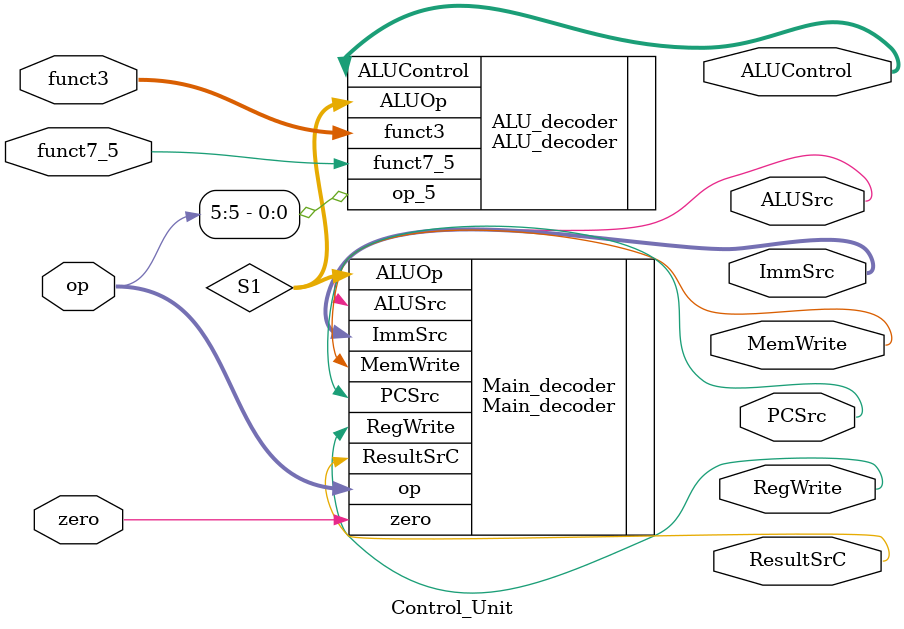
<source format=v>
`timescale 1ns / 1ps


module Control_Unit(
        input [6:0]      op,
        input [2:0]      funct3,
        input            funct7_5,
        input            zero,
        output           PCSrc,ResultSrC,
        output  [1:0] ImmSrc,
        output  RegWrite,ALUSrc,MemWrite,
        output  [2:0] ALUControl
    );
    
    wire [1:0] S1;
    
    Main_decoder Main_decoder(
    .op(op),
    .ResultSrC(ResultSrC),
    .ImmSrc(ImmSrc),
    .ALUOp(S1),
    .RegWrite(RegWrite),
    .ALUSrc(ALUSrc),
    .MemWrite(MemWrite),
    .PCSrc(PCSrc),
    .zero(zero)
    );
    
    ALU_decoder ALU_decoder(
    .funct3(funct3),
    .funct7_5(funct7_5),
    .op_5(op[5]),
    .ALUOp(S1),
    .ALUControl(ALUControl)
    );
    
    
endmodule

</source>
